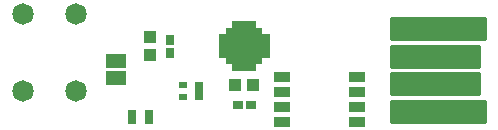
<source format=gbr>
G04 #@! TF.FileFunction,Soldermask,Top*
%FSLAX46Y46*%
G04 Gerber Fmt 4.6, Leading zero omitted, Abs format (unit mm)*
G04 Created by KiCad (PCBNEW 4.0.1-3.201512221402+6198~38~ubuntu15.04.1-stable) date Sat 02 Jan 2016 05:41:53 PM EST*
%MOMM*%
G01*
G04 APERTURE LIST*
%ADD10C,0.100000*%
%ADD11C,1.824000*%
%ADD12R,1.443000X0.808000*%
%ADD13R,0.800000X0.900000*%
%ADD14R,1.050000X1.100000*%
%ADD15R,0.900000X0.800000*%
%ADD16R,1.100000X1.050000*%
%ADD17R,0.600000X0.600000*%
%ADD18R,1.200000X0.600000*%
%ADD19R,0.600000X1.200000*%
%ADD20R,2.100000X2.100000*%
%ADD21R,0.800000X1.200000*%
%ADD22R,0.749580X0.599720*%
%ADD23R,0.950000X1.150000*%
%ADD24C,0.254000*%
G04 APERTURE END LIST*
D10*
D11*
X40000000Y-38000000D03*
X35500000Y-38000000D03*
X40000000Y-31500000D03*
X35500000Y-31500000D03*
D12*
X57455000Y-40675000D03*
X57455000Y-39405000D03*
X57455000Y-38135000D03*
X57455000Y-36865000D03*
X63805000Y-36865000D03*
X63805000Y-38135000D03*
X63805000Y-39405000D03*
X63805000Y-40675000D03*
D13*
X48000000Y-34800000D03*
X48000000Y-33700000D03*
D14*
X46250000Y-35000000D03*
X46250000Y-33500000D03*
D15*
X53700000Y-39230000D03*
X54800000Y-39230000D03*
D16*
X55000000Y-37520000D03*
X53500000Y-37520000D03*
D17*
X53010000Y-35480000D03*
X53010000Y-32980000D03*
D18*
X52710000Y-33480000D03*
X52710000Y-33980000D03*
X52710000Y-34480000D03*
X52710000Y-34980000D03*
D19*
X53510000Y-35780000D03*
X54010000Y-35780000D03*
X54510000Y-35780000D03*
X55010000Y-35780000D03*
D17*
X55510000Y-35480000D03*
D18*
X55810000Y-34980000D03*
X55810000Y-34480000D03*
X55810000Y-33980000D03*
X55810000Y-33480000D03*
D17*
X55510000Y-32980000D03*
D19*
X55010000Y-32680000D03*
X54510000Y-32680000D03*
X54010000Y-32680000D03*
X53510000Y-32680000D03*
D20*
X54260000Y-34230000D03*
D21*
X46220000Y-40220000D03*
X44720000Y-40220000D03*
D22*
X50461040Y-38530380D03*
X50461040Y-37529620D03*
X49058960Y-38530380D03*
X50461040Y-38030000D03*
X49058960Y-37529620D03*
D23*
X43000000Y-35500000D03*
X43850000Y-35500000D03*
X43850000Y-36950000D03*
X43000000Y-36950000D03*
D24*
G36*
X74623000Y-33623000D02*
X66677000Y-33623000D01*
X66677000Y-31877000D01*
X74623000Y-31877000D01*
X74623000Y-33623000D01*
X74623000Y-33623000D01*
G37*
X74623000Y-33623000D02*
X66677000Y-33623000D01*
X66677000Y-31877000D01*
X74623000Y-31877000D01*
X74623000Y-33623000D01*
G36*
X74123000Y-35973000D02*
X66677000Y-35973000D01*
X66677000Y-34227000D01*
X74123000Y-34227000D01*
X74123000Y-35973000D01*
X74123000Y-35973000D01*
G37*
X74123000Y-35973000D02*
X66677000Y-35973000D01*
X66677000Y-34227000D01*
X74123000Y-34227000D01*
X74123000Y-35973000D01*
G36*
X74123000Y-38273000D02*
X66677000Y-38273000D01*
X66677000Y-36527000D01*
X74123000Y-36527000D01*
X74123000Y-38273000D01*
X74123000Y-38273000D01*
G37*
X74123000Y-38273000D02*
X66677000Y-38273000D01*
X66677000Y-36527000D01*
X74123000Y-36527000D01*
X74123000Y-38273000D01*
G36*
X74623000Y-40623000D02*
X66677000Y-40623000D01*
X66677000Y-38877000D01*
X74623000Y-38877000D01*
X74623000Y-40623000D01*
X74623000Y-40623000D01*
G37*
X74623000Y-40623000D02*
X66677000Y-40623000D01*
X66677000Y-38877000D01*
X74623000Y-38877000D01*
X74623000Y-40623000D01*
M02*

</source>
